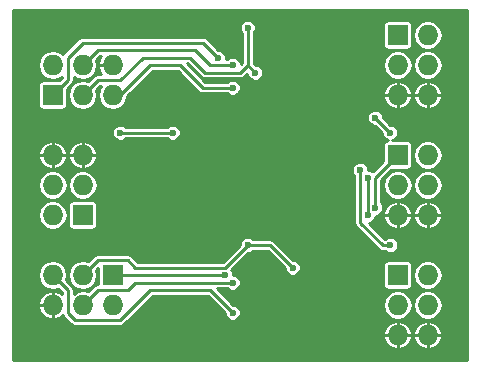
<source format=gbl>
G04 #@! TF.FileFunction,Copper,L2,Bot,Signal*
%FSLAX46Y46*%
G04 Gerber Fmt 4.6, Leading zero omitted, Abs format (unit mm)*
G04 Created by KiCad (PCBNEW 4.0.2-stable) date 4/28/2016 9:51:21 AM*
%MOMM*%
G01*
G04 APERTURE LIST*
%ADD10C,0.100000*%
%ADD11R,1.727200X1.727200*%
%ADD12O,1.727200X1.727200*%
%ADD13C,0.600000*%
%ADD14C,0.250000*%
%ADD15C,0.254000*%
G04 APERTURE END LIST*
D10*
D11*
X111760000Y-104140000D03*
D12*
X109220000Y-104140000D03*
X111760000Y-101600000D03*
X109220000Y-101600000D03*
X111760000Y-99060000D03*
X109220000Y-99060000D03*
D11*
X138430000Y-88900000D03*
D12*
X140970000Y-88900000D03*
X138430000Y-91440000D03*
X140970000Y-91440000D03*
X138430000Y-93980000D03*
X140970000Y-93980000D03*
D11*
X138430000Y-99060000D03*
D12*
X140970000Y-99060000D03*
X138430000Y-101600000D03*
X140970000Y-101600000D03*
X138430000Y-104140000D03*
X140970000Y-104140000D03*
D11*
X138430000Y-109220000D03*
D12*
X140970000Y-109220000D03*
X138430000Y-111760000D03*
X140970000Y-111760000D03*
X138430000Y-114300000D03*
X140970000Y-114300000D03*
D11*
X109220000Y-93980000D03*
D12*
X109220000Y-91440000D03*
X111760000Y-93980000D03*
X111760000Y-91440000D03*
X114300000Y-93980000D03*
X114300000Y-91440000D03*
D11*
X114300000Y-109220000D03*
D12*
X114300000Y-111760000D03*
X111760000Y-109220000D03*
X111760000Y-111760000D03*
X109220000Y-109220000D03*
X109220000Y-111760000D03*
D13*
X123190000Y-89535000D03*
X128270000Y-93345000D03*
X116840000Y-94615000D03*
X118745000Y-93345000D03*
X116840000Y-99695000D03*
X115570000Y-101600000D03*
X134620000Y-97790000D03*
X126365000Y-101600000D03*
X121285000Y-101600000D03*
X122555000Y-107950000D03*
X128270000Y-111760000D03*
X118745000Y-111760000D03*
X114935000Y-97155000D03*
X119380000Y-97155000D03*
X135890000Y-100965000D03*
X135890000Y-104140000D03*
X136525000Y-103505000D03*
X136525000Y-95885000D03*
X137795000Y-97155000D03*
X137795000Y-106680000D03*
X135255000Y-100330000D03*
X123190000Y-90805000D03*
X126365000Y-92075000D03*
X125730000Y-88265000D03*
X124460000Y-91440000D03*
X124460000Y-93345000D03*
X123825000Y-109220000D03*
X129540000Y-108585000D03*
X125730000Y-106680000D03*
X124460000Y-109855000D03*
X124460000Y-112395000D03*
D14*
X128270000Y-93345000D02*
X128270000Y-92710000D01*
X115570000Y-101600000D02*
X116205000Y-101600000D01*
X122555000Y-107950000D02*
X123190000Y-107950000D01*
X119380000Y-97155000D02*
X114935000Y-97155000D01*
X135890000Y-104140000D02*
X135890000Y-100965000D01*
X136525000Y-100965000D02*
X138430000Y-99060000D01*
X136525000Y-103505000D02*
X136525000Y-100965000D01*
X137795000Y-97155000D02*
X136525000Y-95885000D01*
X137160000Y-106680000D02*
X137795000Y-106680000D01*
X135255000Y-104775000D02*
X137160000Y-106680000D01*
X135255000Y-100330000D02*
X135255000Y-104775000D01*
X110490000Y-92710000D02*
X109220000Y-93980000D01*
X110490000Y-90805000D02*
X110490000Y-92710000D01*
X111760000Y-89535000D02*
X110490000Y-90805000D01*
X121920000Y-89535000D02*
X111760000Y-89535000D01*
X123190000Y-90805000D02*
X121920000Y-89535000D01*
X125730000Y-91440000D02*
X126365000Y-92075000D01*
X125730000Y-88265000D02*
X125730000Y-91440000D01*
X113030000Y-92710000D02*
X111760000Y-93980000D01*
X114935000Y-92710000D02*
X113030000Y-92710000D01*
X116840000Y-90805000D02*
X114935000Y-92710000D01*
X120834998Y-90805000D02*
X116840000Y-90805000D01*
X122104998Y-92075000D02*
X120834998Y-90805000D01*
X125095000Y-92075000D02*
X122104998Y-92075000D01*
X125730000Y-91440000D02*
X125095000Y-92075000D01*
X113030000Y-90170000D02*
X111760000Y-91440000D01*
X121285000Y-90170000D02*
X113030000Y-90170000D01*
X122555000Y-91440000D02*
X121285000Y-90170000D01*
X124460000Y-91440000D02*
X122555000Y-91440000D01*
X123825000Y-93345000D02*
X121920000Y-93345000D01*
X117475000Y-91440000D02*
X114935000Y-93980000D01*
X120015000Y-91440000D02*
X117475000Y-91440000D01*
X121920000Y-93345000D02*
X120015000Y-91440000D01*
X114935000Y-93980000D02*
X114300000Y-93980000D01*
X114300000Y-93980000D02*
X114301398Y-93980000D01*
X123825000Y-93345000D02*
X124460000Y-93345000D01*
X123825000Y-109220000D02*
X114300000Y-109220000D01*
X125730000Y-106680000D02*
X127635000Y-106680000D01*
X127635000Y-106680000D02*
X129540000Y-108585000D01*
X111760000Y-109220000D02*
X113030000Y-107950000D01*
X123825000Y-108585000D02*
X125730000Y-106680000D01*
X116205000Y-108585000D02*
X123825000Y-108585000D01*
X115570000Y-107950000D02*
X116205000Y-108585000D01*
X113030000Y-107950000D02*
X115570000Y-107950000D01*
X113030000Y-110490000D02*
X111760000Y-111760000D01*
X115570000Y-110490000D02*
X113030000Y-110490000D01*
X116205000Y-109855000D02*
X115570000Y-110490000D01*
X124460000Y-109855000D02*
X116205000Y-109855000D01*
X109220000Y-109220000D02*
X110490000Y-110490000D01*
X122555000Y-110490000D02*
X124460000Y-112395000D01*
X117475000Y-110490000D02*
X122555000Y-110490000D01*
X114935000Y-113030000D02*
X117475000Y-110490000D01*
X111125000Y-113030000D02*
X114935000Y-113030000D01*
X110490000Y-112395000D02*
X111125000Y-113030000D01*
X110490000Y-110490000D02*
X110490000Y-112395000D01*
D15*
G36*
X144328000Y-116388000D02*
X105862000Y-116388000D01*
X105862000Y-114497035D01*
X137205147Y-114497035D01*
X137222980Y-114586695D01*
X137424572Y-115026778D01*
X137779232Y-115356216D01*
X138232965Y-115524854D01*
X138427000Y-115446347D01*
X138427000Y-114303000D01*
X138433000Y-114303000D01*
X138433000Y-115446347D01*
X138627035Y-115524854D01*
X139080768Y-115356216D01*
X139435428Y-115026778D01*
X139637020Y-114586695D01*
X139654853Y-114497035D01*
X139745147Y-114497035D01*
X139762980Y-114586695D01*
X139964572Y-115026778D01*
X140319232Y-115356216D01*
X140772965Y-115524854D01*
X140967000Y-115446347D01*
X140967000Y-114303000D01*
X140973000Y-114303000D01*
X140973000Y-115446347D01*
X141167035Y-115524854D01*
X141620768Y-115356216D01*
X141975428Y-115026778D01*
X142177020Y-114586695D01*
X142194853Y-114497035D01*
X142116346Y-114303000D01*
X140973000Y-114303000D01*
X140967000Y-114303000D01*
X139823654Y-114303000D01*
X139745147Y-114497035D01*
X139654853Y-114497035D01*
X139576346Y-114303000D01*
X138433000Y-114303000D01*
X138427000Y-114303000D01*
X137283654Y-114303000D01*
X137205147Y-114497035D01*
X105862000Y-114497035D01*
X105862000Y-114102965D01*
X137205147Y-114102965D01*
X137283654Y-114297000D01*
X138427000Y-114297000D01*
X138427000Y-113153653D01*
X138433000Y-113153653D01*
X138433000Y-114297000D01*
X139576346Y-114297000D01*
X139654853Y-114102965D01*
X139745147Y-114102965D01*
X139823654Y-114297000D01*
X140967000Y-114297000D01*
X140967000Y-113153653D01*
X140973000Y-113153653D01*
X140973000Y-114297000D01*
X142116346Y-114297000D01*
X142194853Y-114102965D01*
X142177020Y-114013305D01*
X141975428Y-113573222D01*
X141620768Y-113243784D01*
X141167035Y-113075146D01*
X140973000Y-113153653D01*
X140967000Y-113153653D01*
X140772965Y-113075146D01*
X140319232Y-113243784D01*
X139964572Y-113573222D01*
X139762980Y-114013305D01*
X139745147Y-114102965D01*
X139654853Y-114102965D01*
X139637020Y-114013305D01*
X139435428Y-113573222D01*
X139080768Y-113243784D01*
X138627035Y-113075146D01*
X138433000Y-113153653D01*
X138427000Y-113153653D01*
X138232965Y-113075146D01*
X137779232Y-113243784D01*
X137424572Y-113573222D01*
X137222980Y-114013305D01*
X137205147Y-114102965D01*
X105862000Y-114102965D01*
X105862000Y-111957035D01*
X107995146Y-111957035D01*
X108163784Y-112410768D01*
X108493222Y-112765428D01*
X108933305Y-112967020D01*
X109022965Y-112984853D01*
X109217000Y-112906346D01*
X109217000Y-111763000D01*
X108073653Y-111763000D01*
X107995146Y-111957035D01*
X105862000Y-111957035D01*
X105862000Y-111562965D01*
X107995146Y-111562965D01*
X108073653Y-111757000D01*
X109217000Y-111757000D01*
X109217000Y-110613654D01*
X109022965Y-110535147D01*
X108933305Y-110552980D01*
X108493222Y-110754572D01*
X108163784Y-111109232D01*
X107995146Y-111562965D01*
X105862000Y-111562965D01*
X105862000Y-109195695D01*
X107979400Y-109195695D01*
X107979400Y-109244305D01*
X108073835Y-109719062D01*
X108342763Y-110121542D01*
X108745243Y-110390470D01*
X109220000Y-110484905D01*
X109682894Y-110392830D01*
X109988000Y-110697935D01*
X109988000Y-110798950D01*
X109946778Y-110754572D01*
X109506695Y-110552980D01*
X109417035Y-110535147D01*
X109223000Y-110613654D01*
X109223000Y-111757000D01*
X109243000Y-111757000D01*
X109243000Y-111763000D01*
X109223000Y-111763000D01*
X109223000Y-112906346D01*
X109417035Y-112984853D01*
X109506695Y-112967020D01*
X109946778Y-112765428D01*
X110062279Y-112641085D01*
X110135032Y-112749968D01*
X110770030Y-113384965D01*
X110770032Y-113384968D01*
X110932893Y-113493788D01*
X111125000Y-113532001D01*
X111125005Y-113532000D01*
X114934995Y-113532000D01*
X114935000Y-113532001D01*
X115127107Y-113493788D01*
X115289968Y-113384968D01*
X117682935Y-110992000D01*
X122347064Y-110992000D01*
X123782971Y-112427906D01*
X123782883Y-112529073D01*
X123885733Y-112777989D01*
X124076010Y-112968598D01*
X124324746Y-113071882D01*
X124594073Y-113072117D01*
X124842989Y-112969267D01*
X125033598Y-112778990D01*
X125136882Y-112530254D01*
X125137117Y-112260927D01*
X125034267Y-112012011D01*
X124843990Y-111821402D01*
X124696118Y-111760000D01*
X137165095Y-111760000D01*
X137259530Y-112234757D01*
X137528458Y-112637237D01*
X137930938Y-112906165D01*
X138405695Y-113000600D01*
X138454305Y-113000600D01*
X138929062Y-112906165D01*
X139331542Y-112637237D01*
X139600470Y-112234757D01*
X139694905Y-111760000D01*
X139705095Y-111760000D01*
X139799530Y-112234757D01*
X140068458Y-112637237D01*
X140470938Y-112906165D01*
X140945695Y-113000600D01*
X140994305Y-113000600D01*
X141469062Y-112906165D01*
X141871542Y-112637237D01*
X142140470Y-112234757D01*
X142234905Y-111760000D01*
X142140470Y-111285243D01*
X141871542Y-110882763D01*
X141469062Y-110613835D01*
X140994305Y-110519400D01*
X140945695Y-110519400D01*
X140470938Y-110613835D01*
X140068458Y-110882763D01*
X139799530Y-111285243D01*
X139705095Y-111760000D01*
X139694905Y-111760000D01*
X139600470Y-111285243D01*
X139331542Y-110882763D01*
X138929062Y-110613835D01*
X138454305Y-110519400D01*
X138405695Y-110519400D01*
X137930938Y-110613835D01*
X137528458Y-110882763D01*
X137259530Y-111285243D01*
X137165095Y-111760000D01*
X124696118Y-111760000D01*
X124595254Y-111718118D01*
X124492964Y-111718029D01*
X123131936Y-110357000D01*
X124004537Y-110357000D01*
X124076010Y-110428598D01*
X124324746Y-110531882D01*
X124594073Y-110532117D01*
X124842989Y-110429267D01*
X125033598Y-110238990D01*
X125136882Y-109990254D01*
X125137117Y-109720927D01*
X125034267Y-109472011D01*
X124843990Y-109281402D01*
X124595254Y-109178118D01*
X124502037Y-109178037D01*
X124502117Y-109085927D01*
X124399267Y-108837011D01*
X124341147Y-108778789D01*
X125762906Y-107357029D01*
X125864073Y-107357117D01*
X126112989Y-107254267D01*
X126185382Y-107182000D01*
X127427064Y-107182000D01*
X128862971Y-108617906D01*
X128862883Y-108719073D01*
X128965733Y-108967989D01*
X129156010Y-109158598D01*
X129404746Y-109261882D01*
X129674073Y-109262117D01*
X129922989Y-109159267D01*
X130113598Y-108968990D01*
X130216882Y-108720254D01*
X130217117Y-108450927D01*
X130178060Y-108356400D01*
X137182015Y-108356400D01*
X137182015Y-110083600D01*
X137208303Y-110223308D01*
X137290870Y-110351620D01*
X137416853Y-110437701D01*
X137566400Y-110467985D01*
X139293600Y-110467985D01*
X139433308Y-110441697D01*
X139561620Y-110359130D01*
X139647701Y-110233147D01*
X139677985Y-110083600D01*
X139677985Y-109220000D01*
X139705095Y-109220000D01*
X139799530Y-109694757D01*
X140068458Y-110097237D01*
X140470938Y-110366165D01*
X140945695Y-110460600D01*
X140994305Y-110460600D01*
X141469062Y-110366165D01*
X141871542Y-110097237D01*
X142140470Y-109694757D01*
X142234905Y-109220000D01*
X142140470Y-108745243D01*
X141871542Y-108342763D01*
X141469062Y-108073835D01*
X140994305Y-107979400D01*
X140945695Y-107979400D01*
X140470938Y-108073835D01*
X140068458Y-108342763D01*
X139799530Y-108745243D01*
X139705095Y-109220000D01*
X139677985Y-109220000D01*
X139677985Y-108356400D01*
X139651697Y-108216692D01*
X139569130Y-108088380D01*
X139443147Y-108002299D01*
X139293600Y-107972015D01*
X137566400Y-107972015D01*
X137426692Y-107998303D01*
X137298380Y-108080870D01*
X137212299Y-108206853D01*
X137182015Y-108356400D01*
X130178060Y-108356400D01*
X130114267Y-108202011D01*
X129923990Y-108011402D01*
X129675254Y-107908118D01*
X129572964Y-107908029D01*
X127989968Y-106325032D01*
X127827107Y-106216212D01*
X127635000Y-106177999D01*
X127634995Y-106178000D01*
X126185463Y-106178000D01*
X126113990Y-106106402D01*
X125865254Y-106003118D01*
X125595927Y-106002883D01*
X125347011Y-106105733D01*
X125156402Y-106296010D01*
X125053118Y-106544746D01*
X125053029Y-106647036D01*
X123617064Y-108083000D01*
X116412935Y-108083000D01*
X115924968Y-107595032D01*
X115762107Y-107486212D01*
X115570000Y-107447999D01*
X115569995Y-107448000D01*
X113030000Y-107448000D01*
X112837892Y-107486212D01*
X112772660Y-107529800D01*
X112675032Y-107595032D01*
X112675030Y-107595035D01*
X112222894Y-108047170D01*
X111760000Y-107955095D01*
X111285243Y-108049530D01*
X110882763Y-108318458D01*
X110613835Y-108720938D01*
X110519400Y-109195695D01*
X110519400Y-109244305D01*
X110613835Y-109719062D01*
X110882763Y-110121542D01*
X111285243Y-110390470D01*
X111760000Y-110484905D01*
X112234757Y-110390470D01*
X112637237Y-110121542D01*
X112906165Y-109719062D01*
X113000600Y-109244305D01*
X113000600Y-109195695D01*
X112916590Y-108773346D01*
X113052015Y-108637920D01*
X113052015Y-109988000D01*
X113030000Y-109988000D01*
X112837892Y-110026212D01*
X112806621Y-110047107D01*
X112675032Y-110135032D01*
X112675030Y-110135035D01*
X112222894Y-110587170D01*
X111760000Y-110495095D01*
X111285243Y-110589530D01*
X110992000Y-110785468D01*
X110992000Y-110490000D01*
X110979787Y-110428598D01*
X110953788Y-110297892D01*
X110903952Y-110223308D01*
X110844968Y-110135032D01*
X110844965Y-110135030D01*
X110376590Y-109666654D01*
X110460600Y-109244305D01*
X110460600Y-109195695D01*
X110366165Y-108720938D01*
X110097237Y-108318458D01*
X109694757Y-108049530D01*
X109220000Y-107955095D01*
X108745243Y-108049530D01*
X108342763Y-108318458D01*
X108073835Y-108720938D01*
X107979400Y-109195695D01*
X105862000Y-109195695D01*
X105862000Y-104140000D01*
X107955095Y-104140000D01*
X108049530Y-104614757D01*
X108318458Y-105017237D01*
X108720938Y-105286165D01*
X109195695Y-105380600D01*
X109244305Y-105380600D01*
X109719062Y-105286165D01*
X110121542Y-105017237D01*
X110390470Y-104614757D01*
X110484905Y-104140000D01*
X110390470Y-103665243D01*
X110130654Y-103276400D01*
X110512015Y-103276400D01*
X110512015Y-105003600D01*
X110538303Y-105143308D01*
X110620870Y-105271620D01*
X110746853Y-105357701D01*
X110896400Y-105387985D01*
X112623600Y-105387985D01*
X112763308Y-105361697D01*
X112891620Y-105279130D01*
X112977701Y-105153147D01*
X113007985Y-105003600D01*
X113007985Y-103276400D01*
X112981697Y-103136692D01*
X112899130Y-103008380D01*
X112773147Y-102922299D01*
X112623600Y-102892015D01*
X110896400Y-102892015D01*
X110756692Y-102918303D01*
X110628380Y-103000870D01*
X110542299Y-103126853D01*
X110512015Y-103276400D01*
X110130654Y-103276400D01*
X110121542Y-103262763D01*
X109719062Y-102993835D01*
X109244305Y-102899400D01*
X109195695Y-102899400D01*
X108720938Y-102993835D01*
X108318458Y-103262763D01*
X108049530Y-103665243D01*
X107955095Y-104140000D01*
X105862000Y-104140000D01*
X105862000Y-101600000D01*
X107955095Y-101600000D01*
X108049530Y-102074757D01*
X108318458Y-102477237D01*
X108720938Y-102746165D01*
X109195695Y-102840600D01*
X109244305Y-102840600D01*
X109719062Y-102746165D01*
X110121542Y-102477237D01*
X110390470Y-102074757D01*
X110484905Y-101600000D01*
X110495095Y-101600000D01*
X110589530Y-102074757D01*
X110858458Y-102477237D01*
X111260938Y-102746165D01*
X111735695Y-102840600D01*
X111784305Y-102840600D01*
X112259062Y-102746165D01*
X112661542Y-102477237D01*
X112930470Y-102074757D01*
X113024905Y-101600000D01*
X112930470Y-101125243D01*
X112661542Y-100722763D01*
X112274385Y-100464073D01*
X134577883Y-100464073D01*
X134680733Y-100712989D01*
X134753000Y-100785382D01*
X134753000Y-104774995D01*
X134752999Y-104775000D01*
X134791212Y-104967107D01*
X134900032Y-105129968D01*
X136805030Y-107034965D01*
X136805032Y-107034968D01*
X136848467Y-107063990D01*
X136967893Y-107143788D01*
X137160000Y-107182001D01*
X137160005Y-107182000D01*
X137339537Y-107182000D01*
X137411010Y-107253598D01*
X137659746Y-107356882D01*
X137929073Y-107357117D01*
X138177989Y-107254267D01*
X138368598Y-107063990D01*
X138471882Y-106815254D01*
X138472117Y-106545927D01*
X138369267Y-106297011D01*
X138178990Y-106106402D01*
X137930254Y-106003118D01*
X137660927Y-106002883D01*
X137412011Y-106105733D01*
X137353789Y-106163854D01*
X136007038Y-104817102D01*
X136024073Y-104817117D01*
X136272989Y-104714267D01*
X136463598Y-104523990D01*
X136541228Y-104337035D01*
X137205147Y-104337035D01*
X137222980Y-104426695D01*
X137424572Y-104866778D01*
X137779232Y-105196216D01*
X138232965Y-105364854D01*
X138427000Y-105286347D01*
X138427000Y-104143000D01*
X138433000Y-104143000D01*
X138433000Y-105286347D01*
X138627035Y-105364854D01*
X139080768Y-105196216D01*
X139435428Y-104866778D01*
X139637020Y-104426695D01*
X139654853Y-104337035D01*
X139745147Y-104337035D01*
X139762980Y-104426695D01*
X139964572Y-104866778D01*
X140319232Y-105196216D01*
X140772965Y-105364854D01*
X140967000Y-105286347D01*
X140967000Y-104143000D01*
X140973000Y-104143000D01*
X140973000Y-105286347D01*
X141167035Y-105364854D01*
X141620768Y-105196216D01*
X141975428Y-104866778D01*
X142177020Y-104426695D01*
X142194853Y-104337035D01*
X142116346Y-104143000D01*
X140973000Y-104143000D01*
X140967000Y-104143000D01*
X139823654Y-104143000D01*
X139745147Y-104337035D01*
X139654853Y-104337035D01*
X139576346Y-104143000D01*
X138433000Y-104143000D01*
X138427000Y-104143000D01*
X137283654Y-104143000D01*
X137205147Y-104337035D01*
X136541228Y-104337035D01*
X136566882Y-104275254D01*
X136566963Y-104182037D01*
X136659073Y-104182117D01*
X136907989Y-104079267D01*
X137044528Y-103942965D01*
X137205147Y-103942965D01*
X137283654Y-104137000D01*
X138427000Y-104137000D01*
X138427000Y-102993653D01*
X138433000Y-102993653D01*
X138433000Y-104137000D01*
X139576346Y-104137000D01*
X139654853Y-103942965D01*
X139745147Y-103942965D01*
X139823654Y-104137000D01*
X140967000Y-104137000D01*
X140967000Y-102993653D01*
X140973000Y-102993653D01*
X140973000Y-104137000D01*
X142116346Y-104137000D01*
X142194853Y-103942965D01*
X142177020Y-103853305D01*
X141975428Y-103413222D01*
X141620768Y-103083784D01*
X141167035Y-102915146D01*
X140973000Y-102993653D01*
X140967000Y-102993653D01*
X140772965Y-102915146D01*
X140319232Y-103083784D01*
X139964572Y-103413222D01*
X139762980Y-103853305D01*
X139745147Y-103942965D01*
X139654853Y-103942965D01*
X139637020Y-103853305D01*
X139435428Y-103413222D01*
X139080768Y-103083784D01*
X138627035Y-102915146D01*
X138433000Y-102993653D01*
X138427000Y-102993653D01*
X138232965Y-102915146D01*
X137779232Y-103083784D01*
X137424572Y-103413222D01*
X137222980Y-103853305D01*
X137205147Y-103942965D01*
X137044528Y-103942965D01*
X137098598Y-103888990D01*
X137201882Y-103640254D01*
X137202117Y-103370927D01*
X137099267Y-103122011D01*
X137027000Y-103049618D01*
X137027000Y-101600000D01*
X137165095Y-101600000D01*
X137259530Y-102074757D01*
X137528458Y-102477237D01*
X137930938Y-102746165D01*
X138405695Y-102840600D01*
X138454305Y-102840600D01*
X138929062Y-102746165D01*
X139331542Y-102477237D01*
X139600470Y-102074757D01*
X139694905Y-101600000D01*
X139705095Y-101600000D01*
X139799530Y-102074757D01*
X140068458Y-102477237D01*
X140470938Y-102746165D01*
X140945695Y-102840600D01*
X140994305Y-102840600D01*
X141469062Y-102746165D01*
X141871542Y-102477237D01*
X142140470Y-102074757D01*
X142234905Y-101600000D01*
X142140470Y-101125243D01*
X141871542Y-100722763D01*
X141469062Y-100453835D01*
X140994305Y-100359400D01*
X140945695Y-100359400D01*
X140470938Y-100453835D01*
X140068458Y-100722763D01*
X139799530Y-101125243D01*
X139705095Y-101600000D01*
X139694905Y-101600000D01*
X139600470Y-101125243D01*
X139331542Y-100722763D01*
X138929062Y-100453835D01*
X138454305Y-100359400D01*
X138405695Y-100359400D01*
X137930938Y-100453835D01*
X137528458Y-100722763D01*
X137259530Y-101125243D01*
X137165095Y-101600000D01*
X137027000Y-101600000D01*
X137027000Y-101172936D01*
X137891950Y-100307985D01*
X139293600Y-100307985D01*
X139433308Y-100281697D01*
X139561620Y-100199130D01*
X139647701Y-100073147D01*
X139677985Y-99923600D01*
X139677985Y-99060000D01*
X139705095Y-99060000D01*
X139799530Y-99534757D01*
X140068458Y-99937237D01*
X140470938Y-100206165D01*
X140945695Y-100300600D01*
X140994305Y-100300600D01*
X141469062Y-100206165D01*
X141871542Y-99937237D01*
X142140470Y-99534757D01*
X142234905Y-99060000D01*
X142140470Y-98585243D01*
X141871542Y-98182763D01*
X141469062Y-97913835D01*
X140994305Y-97819400D01*
X140945695Y-97819400D01*
X140470938Y-97913835D01*
X140068458Y-98182763D01*
X139799530Y-98585243D01*
X139705095Y-99060000D01*
X139677985Y-99060000D01*
X139677985Y-98196400D01*
X139651697Y-98056692D01*
X139569130Y-97928380D01*
X139443147Y-97842299D01*
X139293600Y-97812015D01*
X137977724Y-97812015D01*
X138177989Y-97729267D01*
X138368598Y-97538990D01*
X138471882Y-97290254D01*
X138472117Y-97020927D01*
X138369267Y-96772011D01*
X138178990Y-96581402D01*
X137930254Y-96478118D01*
X137827964Y-96478029D01*
X137202029Y-95852093D01*
X137202117Y-95750927D01*
X137099267Y-95502011D01*
X136908990Y-95311402D01*
X136660254Y-95208118D01*
X136390927Y-95207883D01*
X136142011Y-95310733D01*
X135951402Y-95501010D01*
X135848118Y-95749746D01*
X135847883Y-96019073D01*
X135950733Y-96267989D01*
X136141010Y-96458598D01*
X136389746Y-96561882D01*
X136492036Y-96561971D01*
X137117971Y-97187907D01*
X137117883Y-97289073D01*
X137220733Y-97537989D01*
X137411010Y-97728598D01*
X137611901Y-97812015D01*
X137566400Y-97812015D01*
X137426692Y-97838303D01*
X137298380Y-97920870D01*
X137212299Y-98046853D01*
X137182015Y-98196400D01*
X137182015Y-99598050D01*
X136331276Y-100448788D01*
X136273990Y-100391402D01*
X136025254Y-100288118D01*
X135932037Y-100288037D01*
X135932117Y-100195927D01*
X135829267Y-99947011D01*
X135638990Y-99756402D01*
X135390254Y-99653118D01*
X135120927Y-99652883D01*
X134872011Y-99755733D01*
X134681402Y-99946010D01*
X134578118Y-100194746D01*
X134577883Y-100464073D01*
X112274385Y-100464073D01*
X112259062Y-100453835D01*
X111784305Y-100359400D01*
X111735695Y-100359400D01*
X111260938Y-100453835D01*
X110858458Y-100722763D01*
X110589530Y-101125243D01*
X110495095Y-101600000D01*
X110484905Y-101600000D01*
X110390470Y-101125243D01*
X110121542Y-100722763D01*
X109719062Y-100453835D01*
X109244305Y-100359400D01*
X109195695Y-100359400D01*
X108720938Y-100453835D01*
X108318458Y-100722763D01*
X108049530Y-101125243D01*
X107955095Y-101600000D01*
X105862000Y-101600000D01*
X105862000Y-99257035D01*
X107995147Y-99257035D01*
X108012980Y-99346695D01*
X108214572Y-99786778D01*
X108569232Y-100116216D01*
X109022965Y-100284854D01*
X109217000Y-100206347D01*
X109217000Y-99063000D01*
X109223000Y-99063000D01*
X109223000Y-100206347D01*
X109417035Y-100284854D01*
X109870768Y-100116216D01*
X110225428Y-99786778D01*
X110427020Y-99346695D01*
X110444853Y-99257035D01*
X110535147Y-99257035D01*
X110552980Y-99346695D01*
X110754572Y-99786778D01*
X111109232Y-100116216D01*
X111562965Y-100284854D01*
X111757000Y-100206347D01*
X111757000Y-99063000D01*
X111763000Y-99063000D01*
X111763000Y-100206347D01*
X111957035Y-100284854D01*
X112410768Y-100116216D01*
X112765428Y-99786778D01*
X112967020Y-99346695D01*
X112984853Y-99257035D01*
X112906346Y-99063000D01*
X111763000Y-99063000D01*
X111757000Y-99063000D01*
X110613654Y-99063000D01*
X110535147Y-99257035D01*
X110444853Y-99257035D01*
X110366346Y-99063000D01*
X109223000Y-99063000D01*
X109217000Y-99063000D01*
X108073654Y-99063000D01*
X107995147Y-99257035D01*
X105862000Y-99257035D01*
X105862000Y-98862965D01*
X107995147Y-98862965D01*
X108073654Y-99057000D01*
X109217000Y-99057000D01*
X109217000Y-97913653D01*
X109223000Y-97913653D01*
X109223000Y-99057000D01*
X110366346Y-99057000D01*
X110444853Y-98862965D01*
X110535147Y-98862965D01*
X110613654Y-99057000D01*
X111757000Y-99057000D01*
X111757000Y-97913653D01*
X111763000Y-97913653D01*
X111763000Y-99057000D01*
X112906346Y-99057000D01*
X112984853Y-98862965D01*
X112967020Y-98773305D01*
X112765428Y-98333222D01*
X112410768Y-98003784D01*
X111957035Y-97835146D01*
X111763000Y-97913653D01*
X111757000Y-97913653D01*
X111562965Y-97835146D01*
X111109232Y-98003784D01*
X110754572Y-98333222D01*
X110552980Y-98773305D01*
X110535147Y-98862965D01*
X110444853Y-98862965D01*
X110427020Y-98773305D01*
X110225428Y-98333222D01*
X109870768Y-98003784D01*
X109417035Y-97835146D01*
X109223000Y-97913653D01*
X109217000Y-97913653D01*
X109022965Y-97835146D01*
X108569232Y-98003784D01*
X108214572Y-98333222D01*
X108012980Y-98773305D01*
X107995147Y-98862965D01*
X105862000Y-98862965D01*
X105862000Y-97289073D01*
X114257883Y-97289073D01*
X114360733Y-97537989D01*
X114551010Y-97728598D01*
X114799746Y-97831882D01*
X115069073Y-97832117D01*
X115317989Y-97729267D01*
X115390382Y-97657000D01*
X118924537Y-97657000D01*
X118996010Y-97728598D01*
X119244746Y-97831882D01*
X119514073Y-97832117D01*
X119762989Y-97729267D01*
X119953598Y-97538990D01*
X120056882Y-97290254D01*
X120057117Y-97020927D01*
X119954267Y-96772011D01*
X119763990Y-96581402D01*
X119515254Y-96478118D01*
X119245927Y-96477883D01*
X118997011Y-96580733D01*
X118924618Y-96653000D01*
X115390463Y-96653000D01*
X115318990Y-96581402D01*
X115070254Y-96478118D01*
X114800927Y-96477883D01*
X114552011Y-96580733D01*
X114361402Y-96771010D01*
X114258118Y-97019746D01*
X114257883Y-97289073D01*
X105862000Y-97289073D01*
X105862000Y-93116400D01*
X107972015Y-93116400D01*
X107972015Y-94843600D01*
X107998303Y-94983308D01*
X108080870Y-95111620D01*
X108206853Y-95197701D01*
X108356400Y-95227985D01*
X110083600Y-95227985D01*
X110223308Y-95201697D01*
X110351620Y-95119130D01*
X110437701Y-94993147D01*
X110467985Y-94843600D01*
X110467985Y-93441950D01*
X110844965Y-93064970D01*
X110844968Y-93064968D01*
X110939304Y-92923784D01*
X110953788Y-92902108D01*
X110992000Y-92710000D01*
X110992000Y-92414532D01*
X111285243Y-92610470D01*
X111760000Y-92704905D01*
X112234757Y-92610470D01*
X112637237Y-92341542D01*
X112906165Y-91939062D01*
X113000600Y-91464305D01*
X113000600Y-91415695D01*
X112916590Y-90993346D01*
X113237935Y-90672000D01*
X113352679Y-90672000D01*
X113243784Y-90789232D01*
X113075146Y-91242965D01*
X113153653Y-91437000D01*
X114297000Y-91437000D01*
X114297000Y-91417000D01*
X114303000Y-91417000D01*
X114303000Y-91437000D01*
X114323000Y-91437000D01*
X114323000Y-91443000D01*
X114303000Y-91443000D01*
X114303000Y-91463000D01*
X114297000Y-91463000D01*
X114297000Y-91443000D01*
X113153653Y-91443000D01*
X113075146Y-91637035D01*
X113243784Y-92090768D01*
X113352679Y-92208000D01*
X113030000Y-92208000D01*
X112837892Y-92246212D01*
X112772660Y-92289800D01*
X112675032Y-92355032D01*
X112675030Y-92355035D01*
X112222894Y-92807170D01*
X111760000Y-92715095D01*
X111285243Y-92809530D01*
X110882763Y-93078458D01*
X110613835Y-93480938D01*
X110519400Y-93955695D01*
X110519400Y-94004305D01*
X110613835Y-94479062D01*
X110882763Y-94881542D01*
X111285243Y-95150470D01*
X111760000Y-95244905D01*
X112234757Y-95150470D01*
X112637237Y-94881542D01*
X112906165Y-94479062D01*
X113000600Y-94004305D01*
X113000600Y-93955695D01*
X112916590Y-93533346D01*
X113237935Y-93212000D01*
X113333533Y-93212000D01*
X113153835Y-93480938D01*
X113059400Y-93955695D01*
X113059400Y-94004305D01*
X113153835Y-94479062D01*
X113422763Y-94881542D01*
X113825243Y-95150470D01*
X114300000Y-95244905D01*
X114774757Y-95150470D01*
X115177237Y-94881542D01*
X115446165Y-94479062D01*
X115506241Y-94177035D01*
X137205147Y-94177035D01*
X137222980Y-94266695D01*
X137424572Y-94706778D01*
X137779232Y-95036216D01*
X138232965Y-95204854D01*
X138427000Y-95126347D01*
X138427000Y-93983000D01*
X138433000Y-93983000D01*
X138433000Y-95126347D01*
X138627035Y-95204854D01*
X139080768Y-95036216D01*
X139435428Y-94706778D01*
X139637020Y-94266695D01*
X139654853Y-94177035D01*
X139745147Y-94177035D01*
X139762980Y-94266695D01*
X139964572Y-94706778D01*
X140319232Y-95036216D01*
X140772965Y-95204854D01*
X140967000Y-95126347D01*
X140967000Y-93983000D01*
X140973000Y-93983000D01*
X140973000Y-95126347D01*
X141167035Y-95204854D01*
X141620768Y-95036216D01*
X141975428Y-94706778D01*
X142177020Y-94266695D01*
X142194853Y-94177035D01*
X142116346Y-93983000D01*
X140973000Y-93983000D01*
X140967000Y-93983000D01*
X139823654Y-93983000D01*
X139745147Y-94177035D01*
X139654853Y-94177035D01*
X139576346Y-93983000D01*
X138433000Y-93983000D01*
X138427000Y-93983000D01*
X137283654Y-93983000D01*
X137205147Y-94177035D01*
X115506241Y-94177035D01*
X115520728Y-94104208D01*
X117682935Y-91942000D01*
X119807064Y-91942000D01*
X121565030Y-93699965D01*
X121565032Y-93699968D01*
X121727893Y-93808788D01*
X121920000Y-93847001D01*
X121920005Y-93847000D01*
X124004537Y-93847000D01*
X124076010Y-93918598D01*
X124324746Y-94021882D01*
X124594073Y-94022117D01*
X124842989Y-93919267D01*
X124979528Y-93782965D01*
X137205147Y-93782965D01*
X137283654Y-93977000D01*
X138427000Y-93977000D01*
X138427000Y-92833653D01*
X138433000Y-92833653D01*
X138433000Y-93977000D01*
X139576346Y-93977000D01*
X139654853Y-93782965D01*
X139745147Y-93782965D01*
X139823654Y-93977000D01*
X140967000Y-93977000D01*
X140967000Y-92833653D01*
X140973000Y-92833653D01*
X140973000Y-93977000D01*
X142116346Y-93977000D01*
X142194853Y-93782965D01*
X142177020Y-93693305D01*
X141975428Y-93253222D01*
X141620768Y-92923784D01*
X141167035Y-92755146D01*
X140973000Y-92833653D01*
X140967000Y-92833653D01*
X140772965Y-92755146D01*
X140319232Y-92923784D01*
X139964572Y-93253222D01*
X139762980Y-93693305D01*
X139745147Y-93782965D01*
X139654853Y-93782965D01*
X139637020Y-93693305D01*
X139435428Y-93253222D01*
X139080768Y-92923784D01*
X138627035Y-92755146D01*
X138433000Y-92833653D01*
X138427000Y-92833653D01*
X138232965Y-92755146D01*
X137779232Y-92923784D01*
X137424572Y-93253222D01*
X137222980Y-93693305D01*
X137205147Y-93782965D01*
X124979528Y-93782965D01*
X125033598Y-93728990D01*
X125136882Y-93480254D01*
X125137117Y-93210927D01*
X125034267Y-92962011D01*
X124843990Y-92771402D01*
X124595254Y-92668118D01*
X124325927Y-92667883D01*
X124077011Y-92770733D01*
X124004618Y-92843000D01*
X122127935Y-92843000D01*
X120591936Y-91307000D01*
X120627062Y-91307000D01*
X121750028Y-92429965D01*
X121750030Y-92429968D01*
X121793465Y-92458990D01*
X121912890Y-92538788D01*
X122104998Y-92577000D01*
X125094995Y-92577000D01*
X125095000Y-92577001D01*
X125287107Y-92538788D01*
X125449968Y-92429968D01*
X125687898Y-92192038D01*
X125687883Y-92209073D01*
X125790733Y-92457989D01*
X125981010Y-92648598D01*
X126229746Y-92751882D01*
X126499073Y-92752117D01*
X126747989Y-92649267D01*
X126938598Y-92458990D01*
X127041882Y-92210254D01*
X127042117Y-91940927D01*
X126939267Y-91692011D01*
X126748990Y-91501402D01*
X126601118Y-91440000D01*
X137165095Y-91440000D01*
X137259530Y-91914757D01*
X137528458Y-92317237D01*
X137930938Y-92586165D01*
X138405695Y-92680600D01*
X138454305Y-92680600D01*
X138929062Y-92586165D01*
X139331542Y-92317237D01*
X139600470Y-91914757D01*
X139694905Y-91440000D01*
X139705095Y-91440000D01*
X139799530Y-91914757D01*
X140068458Y-92317237D01*
X140470938Y-92586165D01*
X140945695Y-92680600D01*
X140994305Y-92680600D01*
X141469062Y-92586165D01*
X141871542Y-92317237D01*
X142140470Y-91914757D01*
X142234905Y-91440000D01*
X142140470Y-90965243D01*
X141871542Y-90562763D01*
X141469062Y-90293835D01*
X140994305Y-90199400D01*
X140945695Y-90199400D01*
X140470938Y-90293835D01*
X140068458Y-90562763D01*
X139799530Y-90965243D01*
X139705095Y-91440000D01*
X139694905Y-91440000D01*
X139600470Y-90965243D01*
X139331542Y-90562763D01*
X138929062Y-90293835D01*
X138454305Y-90199400D01*
X138405695Y-90199400D01*
X137930938Y-90293835D01*
X137528458Y-90562763D01*
X137259530Y-90965243D01*
X137165095Y-91440000D01*
X126601118Y-91440000D01*
X126500254Y-91398118D01*
X126397964Y-91398029D01*
X126232000Y-91232064D01*
X126232000Y-88720463D01*
X126303598Y-88648990D01*
X126406882Y-88400254D01*
X126407117Y-88130927D01*
X126368060Y-88036400D01*
X137182015Y-88036400D01*
X137182015Y-89763600D01*
X137208303Y-89903308D01*
X137290870Y-90031620D01*
X137416853Y-90117701D01*
X137566400Y-90147985D01*
X139293600Y-90147985D01*
X139433308Y-90121697D01*
X139561620Y-90039130D01*
X139647701Y-89913147D01*
X139677985Y-89763600D01*
X139677985Y-88900000D01*
X139705095Y-88900000D01*
X139799530Y-89374757D01*
X140068458Y-89777237D01*
X140470938Y-90046165D01*
X140945695Y-90140600D01*
X140994305Y-90140600D01*
X141469062Y-90046165D01*
X141871542Y-89777237D01*
X142140470Y-89374757D01*
X142234905Y-88900000D01*
X142140470Y-88425243D01*
X141871542Y-88022763D01*
X141469062Y-87753835D01*
X140994305Y-87659400D01*
X140945695Y-87659400D01*
X140470938Y-87753835D01*
X140068458Y-88022763D01*
X139799530Y-88425243D01*
X139705095Y-88900000D01*
X139677985Y-88900000D01*
X139677985Y-88036400D01*
X139651697Y-87896692D01*
X139569130Y-87768380D01*
X139443147Y-87682299D01*
X139293600Y-87652015D01*
X137566400Y-87652015D01*
X137426692Y-87678303D01*
X137298380Y-87760870D01*
X137212299Y-87886853D01*
X137182015Y-88036400D01*
X126368060Y-88036400D01*
X126304267Y-87882011D01*
X126113990Y-87691402D01*
X125865254Y-87588118D01*
X125595927Y-87587883D01*
X125347011Y-87690733D01*
X125156402Y-87881010D01*
X125053118Y-88129746D01*
X125052883Y-88399073D01*
X125155733Y-88647989D01*
X125228000Y-88720382D01*
X125228000Y-91232065D01*
X125137102Y-91322962D01*
X125137117Y-91305927D01*
X125034267Y-91057011D01*
X124843990Y-90866402D01*
X124595254Y-90763118D01*
X124325927Y-90762883D01*
X124077011Y-90865733D01*
X124004618Y-90938000D01*
X123866884Y-90938000D01*
X123867117Y-90670927D01*
X123764267Y-90422011D01*
X123573990Y-90231402D01*
X123325254Y-90128118D01*
X123222964Y-90128029D01*
X122274968Y-89180032D01*
X122112107Y-89071212D01*
X121920000Y-89032999D01*
X121919995Y-89033000D01*
X111760000Y-89033000D01*
X111567892Y-89071212D01*
X111502660Y-89114800D01*
X111405032Y-89180032D01*
X111405030Y-89180035D01*
X110135032Y-90450032D01*
X110082519Y-90528624D01*
X109694757Y-90269530D01*
X109220000Y-90175095D01*
X108745243Y-90269530D01*
X108342763Y-90538458D01*
X108073835Y-90940938D01*
X107979400Y-91415695D01*
X107979400Y-91464305D01*
X108073835Y-91939062D01*
X108342763Y-92341542D01*
X108745243Y-92610470D01*
X109220000Y-92704905D01*
X109694757Y-92610470D01*
X109988000Y-92414532D01*
X109988000Y-92502065D01*
X109758050Y-92732015D01*
X108356400Y-92732015D01*
X108216692Y-92758303D01*
X108088380Y-92840870D01*
X108002299Y-92966853D01*
X107972015Y-93116400D01*
X105862000Y-93116400D01*
X105862000Y-86812000D01*
X144328000Y-86812000D01*
X144328000Y-116388000D01*
X144328000Y-116388000D01*
G37*
X144328000Y-116388000D02*
X105862000Y-116388000D01*
X105862000Y-114497035D01*
X137205147Y-114497035D01*
X137222980Y-114586695D01*
X137424572Y-115026778D01*
X137779232Y-115356216D01*
X138232965Y-115524854D01*
X138427000Y-115446347D01*
X138427000Y-114303000D01*
X138433000Y-114303000D01*
X138433000Y-115446347D01*
X138627035Y-115524854D01*
X139080768Y-115356216D01*
X139435428Y-115026778D01*
X139637020Y-114586695D01*
X139654853Y-114497035D01*
X139745147Y-114497035D01*
X139762980Y-114586695D01*
X139964572Y-115026778D01*
X140319232Y-115356216D01*
X140772965Y-115524854D01*
X140967000Y-115446347D01*
X140967000Y-114303000D01*
X140973000Y-114303000D01*
X140973000Y-115446347D01*
X141167035Y-115524854D01*
X141620768Y-115356216D01*
X141975428Y-115026778D01*
X142177020Y-114586695D01*
X142194853Y-114497035D01*
X142116346Y-114303000D01*
X140973000Y-114303000D01*
X140967000Y-114303000D01*
X139823654Y-114303000D01*
X139745147Y-114497035D01*
X139654853Y-114497035D01*
X139576346Y-114303000D01*
X138433000Y-114303000D01*
X138427000Y-114303000D01*
X137283654Y-114303000D01*
X137205147Y-114497035D01*
X105862000Y-114497035D01*
X105862000Y-114102965D01*
X137205147Y-114102965D01*
X137283654Y-114297000D01*
X138427000Y-114297000D01*
X138427000Y-113153653D01*
X138433000Y-113153653D01*
X138433000Y-114297000D01*
X139576346Y-114297000D01*
X139654853Y-114102965D01*
X139745147Y-114102965D01*
X139823654Y-114297000D01*
X140967000Y-114297000D01*
X140967000Y-113153653D01*
X140973000Y-113153653D01*
X140973000Y-114297000D01*
X142116346Y-114297000D01*
X142194853Y-114102965D01*
X142177020Y-114013305D01*
X141975428Y-113573222D01*
X141620768Y-113243784D01*
X141167035Y-113075146D01*
X140973000Y-113153653D01*
X140967000Y-113153653D01*
X140772965Y-113075146D01*
X140319232Y-113243784D01*
X139964572Y-113573222D01*
X139762980Y-114013305D01*
X139745147Y-114102965D01*
X139654853Y-114102965D01*
X139637020Y-114013305D01*
X139435428Y-113573222D01*
X139080768Y-113243784D01*
X138627035Y-113075146D01*
X138433000Y-113153653D01*
X138427000Y-113153653D01*
X138232965Y-113075146D01*
X137779232Y-113243784D01*
X137424572Y-113573222D01*
X137222980Y-114013305D01*
X137205147Y-114102965D01*
X105862000Y-114102965D01*
X105862000Y-111957035D01*
X107995146Y-111957035D01*
X108163784Y-112410768D01*
X108493222Y-112765428D01*
X108933305Y-112967020D01*
X109022965Y-112984853D01*
X109217000Y-112906346D01*
X109217000Y-111763000D01*
X108073653Y-111763000D01*
X107995146Y-111957035D01*
X105862000Y-111957035D01*
X105862000Y-111562965D01*
X107995146Y-111562965D01*
X108073653Y-111757000D01*
X109217000Y-111757000D01*
X109217000Y-110613654D01*
X109022965Y-110535147D01*
X108933305Y-110552980D01*
X108493222Y-110754572D01*
X108163784Y-111109232D01*
X107995146Y-111562965D01*
X105862000Y-111562965D01*
X105862000Y-109195695D01*
X107979400Y-109195695D01*
X107979400Y-109244305D01*
X108073835Y-109719062D01*
X108342763Y-110121542D01*
X108745243Y-110390470D01*
X109220000Y-110484905D01*
X109682894Y-110392830D01*
X109988000Y-110697935D01*
X109988000Y-110798950D01*
X109946778Y-110754572D01*
X109506695Y-110552980D01*
X109417035Y-110535147D01*
X109223000Y-110613654D01*
X109223000Y-111757000D01*
X109243000Y-111757000D01*
X109243000Y-111763000D01*
X109223000Y-111763000D01*
X109223000Y-112906346D01*
X109417035Y-112984853D01*
X109506695Y-112967020D01*
X109946778Y-112765428D01*
X110062279Y-112641085D01*
X110135032Y-112749968D01*
X110770030Y-113384965D01*
X110770032Y-113384968D01*
X110932893Y-113493788D01*
X111125000Y-113532001D01*
X111125005Y-113532000D01*
X114934995Y-113532000D01*
X114935000Y-113532001D01*
X115127107Y-113493788D01*
X115289968Y-113384968D01*
X117682935Y-110992000D01*
X122347064Y-110992000D01*
X123782971Y-112427906D01*
X123782883Y-112529073D01*
X123885733Y-112777989D01*
X124076010Y-112968598D01*
X124324746Y-113071882D01*
X124594073Y-113072117D01*
X124842989Y-112969267D01*
X125033598Y-112778990D01*
X125136882Y-112530254D01*
X125137117Y-112260927D01*
X125034267Y-112012011D01*
X124843990Y-111821402D01*
X124696118Y-111760000D01*
X137165095Y-111760000D01*
X137259530Y-112234757D01*
X137528458Y-112637237D01*
X137930938Y-112906165D01*
X138405695Y-113000600D01*
X138454305Y-113000600D01*
X138929062Y-112906165D01*
X139331542Y-112637237D01*
X139600470Y-112234757D01*
X139694905Y-111760000D01*
X139705095Y-111760000D01*
X139799530Y-112234757D01*
X140068458Y-112637237D01*
X140470938Y-112906165D01*
X140945695Y-113000600D01*
X140994305Y-113000600D01*
X141469062Y-112906165D01*
X141871542Y-112637237D01*
X142140470Y-112234757D01*
X142234905Y-111760000D01*
X142140470Y-111285243D01*
X141871542Y-110882763D01*
X141469062Y-110613835D01*
X140994305Y-110519400D01*
X140945695Y-110519400D01*
X140470938Y-110613835D01*
X140068458Y-110882763D01*
X139799530Y-111285243D01*
X139705095Y-111760000D01*
X139694905Y-111760000D01*
X139600470Y-111285243D01*
X139331542Y-110882763D01*
X138929062Y-110613835D01*
X138454305Y-110519400D01*
X138405695Y-110519400D01*
X137930938Y-110613835D01*
X137528458Y-110882763D01*
X137259530Y-111285243D01*
X137165095Y-111760000D01*
X124696118Y-111760000D01*
X124595254Y-111718118D01*
X124492964Y-111718029D01*
X123131936Y-110357000D01*
X124004537Y-110357000D01*
X124076010Y-110428598D01*
X124324746Y-110531882D01*
X124594073Y-110532117D01*
X124842989Y-110429267D01*
X125033598Y-110238990D01*
X125136882Y-109990254D01*
X125137117Y-109720927D01*
X125034267Y-109472011D01*
X124843990Y-109281402D01*
X124595254Y-109178118D01*
X124502037Y-109178037D01*
X124502117Y-109085927D01*
X124399267Y-108837011D01*
X124341147Y-108778789D01*
X125762906Y-107357029D01*
X125864073Y-107357117D01*
X126112989Y-107254267D01*
X126185382Y-107182000D01*
X127427064Y-107182000D01*
X128862971Y-108617906D01*
X128862883Y-108719073D01*
X128965733Y-108967989D01*
X129156010Y-109158598D01*
X129404746Y-109261882D01*
X129674073Y-109262117D01*
X129922989Y-109159267D01*
X130113598Y-108968990D01*
X130216882Y-108720254D01*
X130217117Y-108450927D01*
X130178060Y-108356400D01*
X137182015Y-108356400D01*
X137182015Y-110083600D01*
X137208303Y-110223308D01*
X137290870Y-110351620D01*
X137416853Y-110437701D01*
X137566400Y-110467985D01*
X139293600Y-110467985D01*
X139433308Y-110441697D01*
X139561620Y-110359130D01*
X139647701Y-110233147D01*
X139677985Y-110083600D01*
X139677985Y-109220000D01*
X139705095Y-109220000D01*
X139799530Y-109694757D01*
X140068458Y-110097237D01*
X140470938Y-110366165D01*
X140945695Y-110460600D01*
X140994305Y-110460600D01*
X141469062Y-110366165D01*
X141871542Y-110097237D01*
X142140470Y-109694757D01*
X142234905Y-109220000D01*
X142140470Y-108745243D01*
X141871542Y-108342763D01*
X141469062Y-108073835D01*
X140994305Y-107979400D01*
X140945695Y-107979400D01*
X140470938Y-108073835D01*
X140068458Y-108342763D01*
X139799530Y-108745243D01*
X139705095Y-109220000D01*
X139677985Y-109220000D01*
X139677985Y-108356400D01*
X139651697Y-108216692D01*
X139569130Y-108088380D01*
X139443147Y-108002299D01*
X139293600Y-107972015D01*
X137566400Y-107972015D01*
X137426692Y-107998303D01*
X137298380Y-108080870D01*
X137212299Y-108206853D01*
X137182015Y-108356400D01*
X130178060Y-108356400D01*
X130114267Y-108202011D01*
X129923990Y-108011402D01*
X129675254Y-107908118D01*
X129572964Y-107908029D01*
X127989968Y-106325032D01*
X127827107Y-106216212D01*
X127635000Y-106177999D01*
X127634995Y-106178000D01*
X126185463Y-106178000D01*
X126113990Y-106106402D01*
X125865254Y-106003118D01*
X125595927Y-106002883D01*
X125347011Y-106105733D01*
X125156402Y-106296010D01*
X125053118Y-106544746D01*
X125053029Y-106647036D01*
X123617064Y-108083000D01*
X116412935Y-108083000D01*
X115924968Y-107595032D01*
X115762107Y-107486212D01*
X115570000Y-107447999D01*
X115569995Y-107448000D01*
X113030000Y-107448000D01*
X112837892Y-107486212D01*
X112772660Y-107529800D01*
X112675032Y-107595032D01*
X112675030Y-107595035D01*
X112222894Y-108047170D01*
X111760000Y-107955095D01*
X111285243Y-108049530D01*
X110882763Y-108318458D01*
X110613835Y-108720938D01*
X110519400Y-109195695D01*
X110519400Y-109244305D01*
X110613835Y-109719062D01*
X110882763Y-110121542D01*
X111285243Y-110390470D01*
X111760000Y-110484905D01*
X112234757Y-110390470D01*
X112637237Y-110121542D01*
X112906165Y-109719062D01*
X113000600Y-109244305D01*
X113000600Y-109195695D01*
X112916590Y-108773346D01*
X113052015Y-108637920D01*
X113052015Y-109988000D01*
X113030000Y-109988000D01*
X112837892Y-110026212D01*
X112806621Y-110047107D01*
X112675032Y-110135032D01*
X112675030Y-110135035D01*
X112222894Y-110587170D01*
X111760000Y-110495095D01*
X111285243Y-110589530D01*
X110992000Y-110785468D01*
X110992000Y-110490000D01*
X110979787Y-110428598D01*
X110953788Y-110297892D01*
X110903952Y-110223308D01*
X110844968Y-110135032D01*
X110844965Y-110135030D01*
X110376590Y-109666654D01*
X110460600Y-109244305D01*
X110460600Y-109195695D01*
X110366165Y-108720938D01*
X110097237Y-108318458D01*
X109694757Y-108049530D01*
X109220000Y-107955095D01*
X108745243Y-108049530D01*
X108342763Y-108318458D01*
X108073835Y-108720938D01*
X107979400Y-109195695D01*
X105862000Y-109195695D01*
X105862000Y-104140000D01*
X107955095Y-104140000D01*
X108049530Y-104614757D01*
X108318458Y-105017237D01*
X108720938Y-105286165D01*
X109195695Y-105380600D01*
X109244305Y-105380600D01*
X109719062Y-105286165D01*
X110121542Y-105017237D01*
X110390470Y-104614757D01*
X110484905Y-104140000D01*
X110390470Y-103665243D01*
X110130654Y-103276400D01*
X110512015Y-103276400D01*
X110512015Y-105003600D01*
X110538303Y-105143308D01*
X110620870Y-105271620D01*
X110746853Y-105357701D01*
X110896400Y-105387985D01*
X112623600Y-105387985D01*
X112763308Y-105361697D01*
X112891620Y-105279130D01*
X112977701Y-105153147D01*
X113007985Y-105003600D01*
X113007985Y-103276400D01*
X112981697Y-103136692D01*
X112899130Y-103008380D01*
X112773147Y-102922299D01*
X112623600Y-102892015D01*
X110896400Y-102892015D01*
X110756692Y-102918303D01*
X110628380Y-103000870D01*
X110542299Y-103126853D01*
X110512015Y-103276400D01*
X110130654Y-103276400D01*
X110121542Y-103262763D01*
X109719062Y-102993835D01*
X109244305Y-102899400D01*
X109195695Y-102899400D01*
X108720938Y-102993835D01*
X108318458Y-103262763D01*
X108049530Y-103665243D01*
X107955095Y-104140000D01*
X105862000Y-104140000D01*
X105862000Y-101600000D01*
X107955095Y-101600000D01*
X108049530Y-102074757D01*
X108318458Y-102477237D01*
X108720938Y-102746165D01*
X109195695Y-102840600D01*
X109244305Y-102840600D01*
X109719062Y-102746165D01*
X110121542Y-102477237D01*
X110390470Y-102074757D01*
X110484905Y-101600000D01*
X110495095Y-101600000D01*
X110589530Y-102074757D01*
X110858458Y-102477237D01*
X111260938Y-102746165D01*
X111735695Y-102840600D01*
X111784305Y-102840600D01*
X112259062Y-102746165D01*
X112661542Y-102477237D01*
X112930470Y-102074757D01*
X113024905Y-101600000D01*
X112930470Y-101125243D01*
X112661542Y-100722763D01*
X112274385Y-100464073D01*
X134577883Y-100464073D01*
X134680733Y-100712989D01*
X134753000Y-100785382D01*
X134753000Y-104774995D01*
X134752999Y-104775000D01*
X134791212Y-104967107D01*
X134900032Y-105129968D01*
X136805030Y-107034965D01*
X136805032Y-107034968D01*
X136848467Y-107063990D01*
X136967893Y-107143788D01*
X137160000Y-107182001D01*
X137160005Y-107182000D01*
X137339537Y-107182000D01*
X137411010Y-107253598D01*
X137659746Y-107356882D01*
X137929073Y-107357117D01*
X138177989Y-107254267D01*
X138368598Y-107063990D01*
X138471882Y-106815254D01*
X138472117Y-106545927D01*
X138369267Y-106297011D01*
X138178990Y-106106402D01*
X137930254Y-106003118D01*
X137660927Y-106002883D01*
X137412011Y-106105733D01*
X137353789Y-106163854D01*
X136007038Y-104817102D01*
X136024073Y-104817117D01*
X136272989Y-104714267D01*
X136463598Y-104523990D01*
X136541228Y-104337035D01*
X137205147Y-104337035D01*
X137222980Y-104426695D01*
X137424572Y-104866778D01*
X137779232Y-105196216D01*
X138232965Y-105364854D01*
X138427000Y-105286347D01*
X138427000Y-104143000D01*
X138433000Y-104143000D01*
X138433000Y-105286347D01*
X138627035Y-105364854D01*
X139080768Y-105196216D01*
X139435428Y-104866778D01*
X139637020Y-104426695D01*
X139654853Y-104337035D01*
X139745147Y-104337035D01*
X139762980Y-104426695D01*
X139964572Y-104866778D01*
X140319232Y-105196216D01*
X140772965Y-105364854D01*
X140967000Y-105286347D01*
X140967000Y-104143000D01*
X140973000Y-104143000D01*
X140973000Y-105286347D01*
X141167035Y-105364854D01*
X141620768Y-105196216D01*
X141975428Y-104866778D01*
X142177020Y-104426695D01*
X142194853Y-104337035D01*
X142116346Y-104143000D01*
X140973000Y-104143000D01*
X140967000Y-104143000D01*
X139823654Y-104143000D01*
X139745147Y-104337035D01*
X139654853Y-104337035D01*
X139576346Y-104143000D01*
X138433000Y-104143000D01*
X138427000Y-104143000D01*
X137283654Y-104143000D01*
X137205147Y-104337035D01*
X136541228Y-104337035D01*
X136566882Y-104275254D01*
X136566963Y-104182037D01*
X136659073Y-104182117D01*
X136907989Y-104079267D01*
X137044528Y-103942965D01*
X137205147Y-103942965D01*
X137283654Y-104137000D01*
X138427000Y-104137000D01*
X138427000Y-102993653D01*
X138433000Y-102993653D01*
X138433000Y-104137000D01*
X139576346Y-104137000D01*
X139654853Y-103942965D01*
X139745147Y-103942965D01*
X139823654Y-104137000D01*
X140967000Y-104137000D01*
X140967000Y-102993653D01*
X140973000Y-102993653D01*
X140973000Y-104137000D01*
X142116346Y-104137000D01*
X142194853Y-103942965D01*
X142177020Y-103853305D01*
X141975428Y-103413222D01*
X141620768Y-103083784D01*
X141167035Y-102915146D01*
X140973000Y-102993653D01*
X140967000Y-102993653D01*
X140772965Y-102915146D01*
X140319232Y-103083784D01*
X139964572Y-103413222D01*
X139762980Y-103853305D01*
X139745147Y-103942965D01*
X139654853Y-103942965D01*
X139637020Y-103853305D01*
X139435428Y-103413222D01*
X139080768Y-103083784D01*
X138627035Y-102915146D01*
X138433000Y-102993653D01*
X138427000Y-102993653D01*
X138232965Y-102915146D01*
X137779232Y-103083784D01*
X137424572Y-103413222D01*
X137222980Y-103853305D01*
X137205147Y-103942965D01*
X137044528Y-103942965D01*
X137098598Y-103888990D01*
X137201882Y-103640254D01*
X137202117Y-103370927D01*
X137099267Y-103122011D01*
X137027000Y-103049618D01*
X137027000Y-101600000D01*
X137165095Y-101600000D01*
X137259530Y-102074757D01*
X137528458Y-102477237D01*
X137930938Y-102746165D01*
X138405695Y-102840600D01*
X138454305Y-102840600D01*
X138929062Y-102746165D01*
X139331542Y-102477237D01*
X139600470Y-102074757D01*
X139694905Y-101600000D01*
X139705095Y-101600000D01*
X139799530Y-102074757D01*
X140068458Y-102477237D01*
X140470938Y-102746165D01*
X140945695Y-102840600D01*
X140994305Y-102840600D01*
X141469062Y-102746165D01*
X141871542Y-102477237D01*
X142140470Y-102074757D01*
X142234905Y-101600000D01*
X142140470Y-101125243D01*
X141871542Y-100722763D01*
X141469062Y-100453835D01*
X140994305Y-100359400D01*
X140945695Y-100359400D01*
X140470938Y-100453835D01*
X140068458Y-100722763D01*
X139799530Y-101125243D01*
X139705095Y-101600000D01*
X139694905Y-101600000D01*
X139600470Y-101125243D01*
X139331542Y-100722763D01*
X138929062Y-100453835D01*
X138454305Y-100359400D01*
X138405695Y-100359400D01*
X137930938Y-100453835D01*
X137528458Y-100722763D01*
X137259530Y-101125243D01*
X137165095Y-101600000D01*
X137027000Y-101600000D01*
X137027000Y-101172936D01*
X137891950Y-100307985D01*
X139293600Y-100307985D01*
X139433308Y-100281697D01*
X139561620Y-100199130D01*
X139647701Y-100073147D01*
X139677985Y-99923600D01*
X139677985Y-99060000D01*
X139705095Y-99060000D01*
X139799530Y-99534757D01*
X140068458Y-99937237D01*
X140470938Y-100206165D01*
X140945695Y-100300600D01*
X140994305Y-100300600D01*
X141469062Y-100206165D01*
X141871542Y-99937237D01*
X142140470Y-99534757D01*
X142234905Y-99060000D01*
X142140470Y-98585243D01*
X141871542Y-98182763D01*
X141469062Y-97913835D01*
X140994305Y-97819400D01*
X140945695Y-97819400D01*
X140470938Y-97913835D01*
X140068458Y-98182763D01*
X139799530Y-98585243D01*
X139705095Y-99060000D01*
X139677985Y-99060000D01*
X139677985Y-98196400D01*
X139651697Y-98056692D01*
X139569130Y-97928380D01*
X139443147Y-97842299D01*
X139293600Y-97812015D01*
X137977724Y-97812015D01*
X138177989Y-97729267D01*
X138368598Y-97538990D01*
X138471882Y-97290254D01*
X138472117Y-97020927D01*
X138369267Y-96772011D01*
X138178990Y-96581402D01*
X137930254Y-96478118D01*
X137827964Y-96478029D01*
X137202029Y-95852093D01*
X137202117Y-95750927D01*
X137099267Y-95502011D01*
X136908990Y-95311402D01*
X136660254Y-95208118D01*
X136390927Y-95207883D01*
X136142011Y-95310733D01*
X135951402Y-95501010D01*
X135848118Y-95749746D01*
X135847883Y-96019073D01*
X135950733Y-96267989D01*
X136141010Y-96458598D01*
X136389746Y-96561882D01*
X136492036Y-96561971D01*
X137117971Y-97187907D01*
X137117883Y-97289073D01*
X137220733Y-97537989D01*
X137411010Y-97728598D01*
X137611901Y-97812015D01*
X137566400Y-97812015D01*
X137426692Y-97838303D01*
X137298380Y-97920870D01*
X137212299Y-98046853D01*
X137182015Y-98196400D01*
X137182015Y-99598050D01*
X136331276Y-100448788D01*
X136273990Y-100391402D01*
X136025254Y-100288118D01*
X135932037Y-100288037D01*
X135932117Y-100195927D01*
X135829267Y-99947011D01*
X135638990Y-99756402D01*
X135390254Y-99653118D01*
X135120927Y-99652883D01*
X134872011Y-99755733D01*
X134681402Y-99946010D01*
X134578118Y-100194746D01*
X134577883Y-100464073D01*
X112274385Y-100464073D01*
X112259062Y-100453835D01*
X111784305Y-100359400D01*
X111735695Y-100359400D01*
X111260938Y-100453835D01*
X110858458Y-100722763D01*
X110589530Y-101125243D01*
X110495095Y-101600000D01*
X110484905Y-101600000D01*
X110390470Y-101125243D01*
X110121542Y-100722763D01*
X109719062Y-100453835D01*
X109244305Y-100359400D01*
X109195695Y-100359400D01*
X108720938Y-100453835D01*
X108318458Y-100722763D01*
X108049530Y-101125243D01*
X107955095Y-101600000D01*
X105862000Y-101600000D01*
X105862000Y-99257035D01*
X107995147Y-99257035D01*
X108012980Y-99346695D01*
X108214572Y-99786778D01*
X108569232Y-100116216D01*
X109022965Y-100284854D01*
X109217000Y-100206347D01*
X109217000Y-99063000D01*
X109223000Y-99063000D01*
X109223000Y-100206347D01*
X109417035Y-100284854D01*
X109870768Y-100116216D01*
X110225428Y-99786778D01*
X110427020Y-99346695D01*
X110444853Y-99257035D01*
X110535147Y-99257035D01*
X110552980Y-99346695D01*
X110754572Y-99786778D01*
X111109232Y-100116216D01*
X111562965Y-100284854D01*
X111757000Y-100206347D01*
X111757000Y-99063000D01*
X111763000Y-99063000D01*
X111763000Y-100206347D01*
X111957035Y-100284854D01*
X112410768Y-100116216D01*
X112765428Y-99786778D01*
X112967020Y-99346695D01*
X112984853Y-99257035D01*
X112906346Y-99063000D01*
X111763000Y-99063000D01*
X111757000Y-99063000D01*
X110613654Y-99063000D01*
X110535147Y-99257035D01*
X110444853Y-99257035D01*
X110366346Y-99063000D01*
X109223000Y-99063000D01*
X109217000Y-99063000D01*
X108073654Y-99063000D01*
X107995147Y-99257035D01*
X105862000Y-99257035D01*
X105862000Y-98862965D01*
X107995147Y-98862965D01*
X108073654Y-99057000D01*
X109217000Y-99057000D01*
X109217000Y-97913653D01*
X109223000Y-97913653D01*
X109223000Y-99057000D01*
X110366346Y-99057000D01*
X110444853Y-98862965D01*
X110535147Y-98862965D01*
X110613654Y-99057000D01*
X111757000Y-99057000D01*
X111757000Y-97913653D01*
X111763000Y-97913653D01*
X111763000Y-99057000D01*
X112906346Y-99057000D01*
X112984853Y-98862965D01*
X112967020Y-98773305D01*
X112765428Y-98333222D01*
X112410768Y-98003784D01*
X111957035Y-97835146D01*
X111763000Y-97913653D01*
X111757000Y-97913653D01*
X111562965Y-97835146D01*
X111109232Y-98003784D01*
X110754572Y-98333222D01*
X110552980Y-98773305D01*
X110535147Y-98862965D01*
X110444853Y-98862965D01*
X110427020Y-98773305D01*
X110225428Y-98333222D01*
X109870768Y-98003784D01*
X109417035Y-97835146D01*
X109223000Y-97913653D01*
X109217000Y-97913653D01*
X109022965Y-97835146D01*
X108569232Y-98003784D01*
X108214572Y-98333222D01*
X108012980Y-98773305D01*
X107995147Y-98862965D01*
X105862000Y-98862965D01*
X105862000Y-97289073D01*
X114257883Y-97289073D01*
X114360733Y-97537989D01*
X114551010Y-97728598D01*
X114799746Y-97831882D01*
X115069073Y-97832117D01*
X115317989Y-97729267D01*
X115390382Y-97657000D01*
X118924537Y-97657000D01*
X118996010Y-97728598D01*
X119244746Y-97831882D01*
X119514073Y-97832117D01*
X119762989Y-97729267D01*
X119953598Y-97538990D01*
X120056882Y-97290254D01*
X120057117Y-97020927D01*
X119954267Y-96772011D01*
X119763990Y-96581402D01*
X119515254Y-96478118D01*
X119245927Y-96477883D01*
X118997011Y-96580733D01*
X118924618Y-96653000D01*
X115390463Y-96653000D01*
X115318990Y-96581402D01*
X115070254Y-96478118D01*
X114800927Y-96477883D01*
X114552011Y-96580733D01*
X114361402Y-96771010D01*
X114258118Y-97019746D01*
X114257883Y-97289073D01*
X105862000Y-97289073D01*
X105862000Y-93116400D01*
X107972015Y-93116400D01*
X107972015Y-94843600D01*
X107998303Y-94983308D01*
X108080870Y-95111620D01*
X108206853Y-95197701D01*
X108356400Y-95227985D01*
X110083600Y-95227985D01*
X110223308Y-95201697D01*
X110351620Y-95119130D01*
X110437701Y-94993147D01*
X110467985Y-94843600D01*
X110467985Y-93441950D01*
X110844965Y-93064970D01*
X110844968Y-93064968D01*
X110939304Y-92923784D01*
X110953788Y-92902108D01*
X110992000Y-92710000D01*
X110992000Y-92414532D01*
X111285243Y-92610470D01*
X111760000Y-92704905D01*
X112234757Y-92610470D01*
X112637237Y-92341542D01*
X112906165Y-91939062D01*
X113000600Y-91464305D01*
X113000600Y-91415695D01*
X112916590Y-90993346D01*
X113237935Y-90672000D01*
X113352679Y-90672000D01*
X113243784Y-90789232D01*
X113075146Y-91242965D01*
X113153653Y-91437000D01*
X114297000Y-91437000D01*
X114297000Y-91417000D01*
X114303000Y-91417000D01*
X114303000Y-91437000D01*
X114323000Y-91437000D01*
X114323000Y-91443000D01*
X114303000Y-91443000D01*
X114303000Y-91463000D01*
X114297000Y-91463000D01*
X114297000Y-91443000D01*
X113153653Y-91443000D01*
X113075146Y-91637035D01*
X113243784Y-92090768D01*
X113352679Y-92208000D01*
X113030000Y-92208000D01*
X112837892Y-92246212D01*
X112772660Y-92289800D01*
X112675032Y-92355032D01*
X112675030Y-92355035D01*
X112222894Y-92807170D01*
X111760000Y-92715095D01*
X111285243Y-92809530D01*
X110882763Y-93078458D01*
X110613835Y-93480938D01*
X110519400Y-93955695D01*
X110519400Y-94004305D01*
X110613835Y-94479062D01*
X110882763Y-94881542D01*
X111285243Y-95150470D01*
X111760000Y-95244905D01*
X112234757Y-95150470D01*
X112637237Y-94881542D01*
X112906165Y-94479062D01*
X113000600Y-94004305D01*
X113000600Y-93955695D01*
X112916590Y-93533346D01*
X113237935Y-93212000D01*
X113333533Y-93212000D01*
X113153835Y-93480938D01*
X113059400Y-93955695D01*
X113059400Y-94004305D01*
X113153835Y-94479062D01*
X113422763Y-94881542D01*
X113825243Y-95150470D01*
X114300000Y-95244905D01*
X114774757Y-95150470D01*
X115177237Y-94881542D01*
X115446165Y-94479062D01*
X115506241Y-94177035D01*
X137205147Y-94177035D01*
X137222980Y-94266695D01*
X137424572Y-94706778D01*
X137779232Y-95036216D01*
X138232965Y-95204854D01*
X138427000Y-95126347D01*
X138427000Y-93983000D01*
X138433000Y-93983000D01*
X138433000Y-95126347D01*
X138627035Y-95204854D01*
X139080768Y-95036216D01*
X139435428Y-94706778D01*
X139637020Y-94266695D01*
X139654853Y-94177035D01*
X139745147Y-94177035D01*
X139762980Y-94266695D01*
X139964572Y-94706778D01*
X140319232Y-95036216D01*
X140772965Y-95204854D01*
X140967000Y-95126347D01*
X140967000Y-93983000D01*
X140973000Y-93983000D01*
X140973000Y-95126347D01*
X141167035Y-95204854D01*
X141620768Y-95036216D01*
X141975428Y-94706778D01*
X142177020Y-94266695D01*
X142194853Y-94177035D01*
X142116346Y-93983000D01*
X140973000Y-93983000D01*
X140967000Y-93983000D01*
X139823654Y-93983000D01*
X139745147Y-94177035D01*
X139654853Y-94177035D01*
X139576346Y-93983000D01*
X138433000Y-93983000D01*
X138427000Y-93983000D01*
X137283654Y-93983000D01*
X137205147Y-94177035D01*
X115506241Y-94177035D01*
X115520728Y-94104208D01*
X117682935Y-91942000D01*
X119807064Y-91942000D01*
X121565030Y-93699965D01*
X121565032Y-93699968D01*
X121727893Y-93808788D01*
X121920000Y-93847001D01*
X121920005Y-93847000D01*
X124004537Y-93847000D01*
X124076010Y-93918598D01*
X124324746Y-94021882D01*
X124594073Y-94022117D01*
X124842989Y-93919267D01*
X124979528Y-93782965D01*
X137205147Y-93782965D01*
X137283654Y-93977000D01*
X138427000Y-93977000D01*
X138427000Y-92833653D01*
X138433000Y-92833653D01*
X138433000Y-93977000D01*
X139576346Y-93977000D01*
X139654853Y-93782965D01*
X139745147Y-93782965D01*
X139823654Y-93977000D01*
X140967000Y-93977000D01*
X140967000Y-92833653D01*
X140973000Y-92833653D01*
X140973000Y-93977000D01*
X142116346Y-93977000D01*
X142194853Y-93782965D01*
X142177020Y-93693305D01*
X141975428Y-93253222D01*
X141620768Y-92923784D01*
X141167035Y-92755146D01*
X140973000Y-92833653D01*
X140967000Y-92833653D01*
X140772965Y-92755146D01*
X140319232Y-92923784D01*
X139964572Y-93253222D01*
X139762980Y-93693305D01*
X139745147Y-93782965D01*
X139654853Y-93782965D01*
X139637020Y-93693305D01*
X139435428Y-93253222D01*
X139080768Y-92923784D01*
X138627035Y-92755146D01*
X138433000Y-92833653D01*
X138427000Y-92833653D01*
X138232965Y-92755146D01*
X137779232Y-92923784D01*
X137424572Y-93253222D01*
X137222980Y-93693305D01*
X137205147Y-93782965D01*
X124979528Y-93782965D01*
X125033598Y-93728990D01*
X125136882Y-93480254D01*
X125137117Y-93210927D01*
X125034267Y-92962011D01*
X124843990Y-92771402D01*
X124595254Y-92668118D01*
X124325927Y-92667883D01*
X124077011Y-92770733D01*
X124004618Y-92843000D01*
X122127935Y-92843000D01*
X120591936Y-91307000D01*
X120627062Y-91307000D01*
X121750028Y-92429965D01*
X121750030Y-92429968D01*
X121793465Y-92458990D01*
X121912890Y-92538788D01*
X122104998Y-92577000D01*
X125094995Y-92577000D01*
X125095000Y-92577001D01*
X125287107Y-92538788D01*
X125449968Y-92429968D01*
X125687898Y-92192038D01*
X125687883Y-92209073D01*
X125790733Y-92457989D01*
X125981010Y-92648598D01*
X126229746Y-92751882D01*
X126499073Y-92752117D01*
X126747989Y-92649267D01*
X126938598Y-92458990D01*
X127041882Y-92210254D01*
X127042117Y-91940927D01*
X126939267Y-91692011D01*
X126748990Y-91501402D01*
X126601118Y-91440000D01*
X137165095Y-91440000D01*
X137259530Y-91914757D01*
X137528458Y-92317237D01*
X137930938Y-92586165D01*
X138405695Y-92680600D01*
X138454305Y-92680600D01*
X138929062Y-92586165D01*
X139331542Y-92317237D01*
X139600470Y-91914757D01*
X139694905Y-91440000D01*
X139705095Y-91440000D01*
X139799530Y-91914757D01*
X140068458Y-92317237D01*
X140470938Y-92586165D01*
X140945695Y-92680600D01*
X140994305Y-92680600D01*
X141469062Y-92586165D01*
X141871542Y-92317237D01*
X142140470Y-91914757D01*
X142234905Y-91440000D01*
X142140470Y-90965243D01*
X141871542Y-90562763D01*
X141469062Y-90293835D01*
X140994305Y-90199400D01*
X140945695Y-90199400D01*
X140470938Y-90293835D01*
X140068458Y-90562763D01*
X139799530Y-90965243D01*
X139705095Y-91440000D01*
X139694905Y-91440000D01*
X139600470Y-90965243D01*
X139331542Y-90562763D01*
X138929062Y-90293835D01*
X138454305Y-90199400D01*
X138405695Y-90199400D01*
X137930938Y-90293835D01*
X137528458Y-90562763D01*
X137259530Y-90965243D01*
X137165095Y-91440000D01*
X126601118Y-91440000D01*
X126500254Y-91398118D01*
X126397964Y-91398029D01*
X126232000Y-91232064D01*
X126232000Y-88720463D01*
X126303598Y-88648990D01*
X126406882Y-88400254D01*
X126407117Y-88130927D01*
X126368060Y-88036400D01*
X137182015Y-88036400D01*
X137182015Y-89763600D01*
X137208303Y-89903308D01*
X137290870Y-90031620D01*
X137416853Y-90117701D01*
X137566400Y-90147985D01*
X139293600Y-90147985D01*
X139433308Y-90121697D01*
X139561620Y-90039130D01*
X139647701Y-89913147D01*
X139677985Y-89763600D01*
X139677985Y-88900000D01*
X139705095Y-88900000D01*
X139799530Y-89374757D01*
X140068458Y-89777237D01*
X140470938Y-90046165D01*
X140945695Y-90140600D01*
X140994305Y-90140600D01*
X141469062Y-90046165D01*
X141871542Y-89777237D01*
X142140470Y-89374757D01*
X142234905Y-88900000D01*
X142140470Y-88425243D01*
X141871542Y-88022763D01*
X141469062Y-87753835D01*
X140994305Y-87659400D01*
X140945695Y-87659400D01*
X140470938Y-87753835D01*
X140068458Y-88022763D01*
X139799530Y-88425243D01*
X139705095Y-88900000D01*
X139677985Y-88900000D01*
X139677985Y-88036400D01*
X139651697Y-87896692D01*
X139569130Y-87768380D01*
X139443147Y-87682299D01*
X139293600Y-87652015D01*
X137566400Y-87652015D01*
X137426692Y-87678303D01*
X137298380Y-87760870D01*
X137212299Y-87886853D01*
X137182015Y-88036400D01*
X126368060Y-88036400D01*
X126304267Y-87882011D01*
X126113990Y-87691402D01*
X125865254Y-87588118D01*
X125595927Y-87587883D01*
X125347011Y-87690733D01*
X125156402Y-87881010D01*
X125053118Y-88129746D01*
X125052883Y-88399073D01*
X125155733Y-88647989D01*
X125228000Y-88720382D01*
X125228000Y-91232065D01*
X125137102Y-91322962D01*
X125137117Y-91305927D01*
X125034267Y-91057011D01*
X124843990Y-90866402D01*
X124595254Y-90763118D01*
X124325927Y-90762883D01*
X124077011Y-90865733D01*
X124004618Y-90938000D01*
X123866884Y-90938000D01*
X123867117Y-90670927D01*
X123764267Y-90422011D01*
X123573990Y-90231402D01*
X123325254Y-90128118D01*
X123222964Y-90128029D01*
X122274968Y-89180032D01*
X122112107Y-89071212D01*
X121920000Y-89032999D01*
X121919995Y-89033000D01*
X111760000Y-89033000D01*
X111567892Y-89071212D01*
X111502660Y-89114800D01*
X111405032Y-89180032D01*
X111405030Y-89180035D01*
X110135032Y-90450032D01*
X110082519Y-90528624D01*
X109694757Y-90269530D01*
X109220000Y-90175095D01*
X108745243Y-90269530D01*
X108342763Y-90538458D01*
X108073835Y-90940938D01*
X107979400Y-91415695D01*
X107979400Y-91464305D01*
X108073835Y-91939062D01*
X108342763Y-92341542D01*
X108745243Y-92610470D01*
X109220000Y-92704905D01*
X109694757Y-92610470D01*
X109988000Y-92414532D01*
X109988000Y-92502065D01*
X109758050Y-92732015D01*
X108356400Y-92732015D01*
X108216692Y-92758303D01*
X108088380Y-92840870D01*
X108002299Y-92966853D01*
X107972015Y-93116400D01*
X105862000Y-93116400D01*
X105862000Y-86812000D01*
X144328000Y-86812000D01*
X144328000Y-116388000D01*
M02*

</source>
